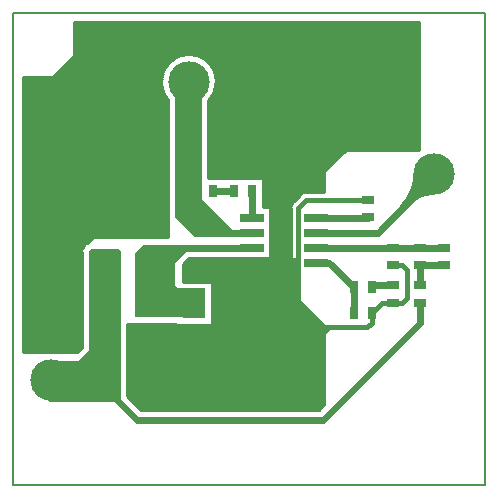
<source format=gtl>
%FSLAX44Y44*%
%MOMM*%
G71*
G01*
G75*
G04 Layer_Physical_Order=1*
G04 Layer_Color=255*
%ADD10C,0.6000*%
%ADD11C,0.2540*%
%ADD12R,1.1000X0.7000*%
%ADD13R,1.0000X1.8000*%
%ADD14R,1.0000X1.8000*%
%ADD15R,0.7000X1.1000*%
%ADD16R,1.9000X2.5000*%
%ADD17R,1.8000X1.0000*%
%ADD18R,1.8000X1.0000*%
%ADD19R,2.4000X5.5000*%
%ADD20R,2.0000X0.6500*%
%ADD21R,2.0000X1.1000*%
%ADD22R,0.8000X1.1000*%
%ADD23C,0.4000*%
%ADD24C,1.0000*%
%ADD25C,0.2000*%
%ADD26C,3.5000*%
D10*
X330172Y235176D02*
G03*
X341862Y263398I-28222J28222D01*
G01*
X340415Y245419D02*
G03*
X347862Y263398I-17979J17979D01*
G01*
X356362Y248898D02*
G03*
X335078Y240082I0J-30100D01*
G01*
X154004Y250698D02*
X156290Y252984D01*
X256108Y201010D02*
X362966D01*
X288530Y145448D02*
Y167292D01*
X344646Y186010D02*
X364966D01*
X344646Y169292D02*
Y186010D01*
X303036Y169292D02*
X322072D01*
X256108Y188310D02*
X267512D01*
X288530Y167292D01*
X267766Y188056D02*
X271030Y184792D01*
X250444Y188056D02*
X267766D01*
X201944Y226574D02*
Y249016D01*
X169432Y248666D02*
X186690D01*
X308706Y213710D02*
X356362Y261366D01*
X256108Y213710D02*
X308706D01*
X356362Y261366D02*
Y263398D01*
X153690Y258732D02*
Y291786D01*
X202108Y213964D02*
X206248D01*
X154432Y230124D02*
X170846Y213710D01*
X151210Y256286D02*
Y355092D01*
X152988Y258732D02*
Y300228D01*
X140796Y270764D02*
Y352806D01*
X139780Y273558D02*
Y350266D01*
X149272Y274828D02*
X151210D01*
X155528Y254254D02*
Y350266D01*
X145368Y253492D02*
Y353314D01*
X154432Y230124D02*
Y281912D01*
X148082Y228092D02*
X162464Y213710D01*
X151130Y230378D02*
Y280416D01*
Y230378D02*
X167640Y213868D01*
X159004Y230124D02*
X171011Y218117D01*
X154766Y253492D02*
X156290Y255016D01*
X159004Y233426D02*
X175150Y217280D01*
X143510Y229108D02*
X158908Y213710D01*
X148082Y224536D02*
Y285496D01*
X156290Y252984D02*
Y350266D01*
X158908Y213710D02*
X202108D01*
X127604Y201010D02*
X202108D01*
X113284Y186690D02*
X127604Y201010D01*
X156290Y232838D02*
Y255270D01*
X139780Y228012D02*
Y316484D01*
Y228012D02*
X154082Y213710D01*
X187452D01*
X143510Y229108D02*
Y261286D01*
X153416Y244952D02*
X184658Y213710D01*
X138272Y201010D02*
X148590D01*
X119380Y182118D02*
X138272Y201010D01*
X131064Y199644D02*
Y201010D01*
X115062Y183642D02*
X131064Y199644D01*
X145638Y201010D02*
X148082D01*
X129794Y185166D02*
X145638Y201010D01*
X129794Y156210D02*
Y185166D01*
X111094Y201010D02*
X127604D01*
X106426Y196342D02*
X111094Y201010D01*
X106426Y174244D02*
Y196342D01*
X109420Y199336D02*
X124533D01*
X133604Y167894D02*
Y192532D01*
Y167894D02*
X140208Y161290D01*
X66898Y197262D02*
X87980D01*
X66898Y112872D02*
Y197262D01*
X49276Y95250D02*
X66898Y112872D01*
X87980Y73914D02*
Y197262D01*
Y73756D02*
Y77724D01*
X30892Y73756D02*
X87980D01*
X344646Y136874D02*
Y154292D01*
X104956Y54864D02*
X262636D01*
X82826Y76994D02*
X104956Y54864D01*
X262636D02*
X344646Y136874D01*
X85154Y77470D02*
Y158486D01*
X256108Y226410D02*
X300592D01*
X148082Y279146D02*
Y340614D01*
D11*
X58552Y199956D02*
G03*
X58128Y197262I8346J-2694D01*
G01*
X58552Y199956D02*
G03*
X58128Y197262I8346J-2694D01*
G01*
X59960Y202626D02*
G03*
X58552Y199956I6938J-5364D01*
G01*
X59960Y202626D02*
G03*
X58552Y199956I6938J-5364D01*
G01*
X62730Y204978D02*
G03*
X59960Y202626I4169J-7716D01*
G01*
X62730Y204978D02*
G03*
X59960Y202626I4169J-7716D01*
G01*
X40900Y352320D02*
G03*
X47553Y358897I-10900J17680D01*
G01*
X172114Y341376D02*
G03*
X131010Y326428I-23270J0D01*
G01*
X235104Y165100D02*
G03*
X237608Y159067I8520J0D01*
G01*
X235104Y165100D02*
G03*
X237600Y159075I8520J0D01*
G01*
Y240212D02*
G03*
X235104Y234188I6025J-6025D01*
G01*
X237608Y240221D02*
G03*
X235104Y234188I6016J-6033D01*
G01*
X165060Y324687D02*
G03*
X172114Y341376I-16216J16689D01*
G01*
X249212Y248296D02*
G03*
X243179Y245792I0J-8520D01*
G01*
X249212Y248296D02*
G03*
X243188Y245800I0J-8520D01*
G01*
X201930Y190246D02*
X202692Y189484D01*
X193294Y179070D02*
Y190246D01*
X62730Y204978D02*
X67555Y209804D01*
X245872Y247614D02*
X284262Y286004D01*
X8270Y112268D02*
X32766D01*
X8270D02*
X53891D01*
X8270Y116332D02*
X57955D01*
X8270Y114300D02*
X55923D01*
X8270Y120396D02*
X58128D01*
X8270Y118364D02*
X58128D01*
X8270Y126492D02*
X58128D01*
X8270Y122428D02*
X58128D01*
X8270Y124460D02*
X58128D01*
X8270Y140716D02*
X58128D01*
X8270Y138684D02*
X58128D01*
X8270Y146812D02*
X58128D01*
X8270Y142748D02*
X58128D01*
X8270Y144780D02*
X58128D01*
X8270Y130556D02*
X58128D01*
X8270Y128524D02*
X58128D01*
X8270Y136652D02*
X58128D01*
X8270Y132588D02*
X58128D01*
X8270Y134620D02*
X58128D01*
X32512Y112186D02*
X53809D01*
X58128Y116505D01*
X8270Y152908D02*
X58128D01*
X8270Y148844D02*
X58128D01*
X8270Y150876D02*
X58128D01*
X8270Y156972D02*
X58128D01*
X8270Y154940D02*
X58128D01*
X8270Y163068D02*
X58128D01*
X8270Y159004D02*
X58128D01*
X8270Y161036D02*
X58128D01*
X8270Y177292D02*
X58128D01*
X8270Y175260D02*
X58128D01*
X8270Y183388D02*
X58128D01*
X8270Y179324D02*
X58128D01*
X8270Y181356D02*
X58128D01*
X8270Y167132D02*
X58128D01*
X8270Y165100D02*
X58128D01*
X8270Y173228D02*
X58128D01*
X8270Y169164D02*
X58128D01*
X8270Y171196D02*
X58128D01*
X12192Y112268D02*
Y345390D01*
X14224Y112268D02*
Y345390D01*
X8270Y112268D02*
Y345390D01*
X10160Y112268D02*
Y345390D01*
X24384Y112268D02*
Y345390D01*
X26416Y112268D02*
Y345390D01*
X16256Y112268D02*
Y345390D01*
X22352Y112268D02*
Y345390D01*
X18288Y112268D02*
Y345390D01*
X8270Y187452D02*
X58128D01*
X8270Y185420D02*
X58128D01*
X8270Y189484D02*
X58128D01*
X20320Y112268D02*
Y345390D01*
X8270Y191516D02*
X58128D01*
X8270Y195580D02*
X58128D01*
X8270Y193548D02*
X58128D01*
X8270Y201676D02*
X58552D01*
X8270Y197612D02*
X58135D01*
X8270Y199644D02*
X58458D01*
X34544Y112186D02*
Y345964D01*
X36576Y112186D02*
Y347996D01*
X38608Y112186D02*
Y350028D01*
X42672Y112186D02*
Y353544D01*
X40640Y112186D02*
Y352060D01*
X44704Y112186D02*
Y355331D01*
X46736Y112186D02*
Y357700D01*
X48768Y112186D02*
Y360112D01*
X52832Y112186D02*
Y391730D01*
X50800Y112186D02*
Y362144D01*
X28448Y112268D02*
Y345390D01*
X30480Y112268D02*
Y345390D01*
X32512Y112268D02*
Y345390D01*
X54864Y113241D02*
Y391730D01*
X56896Y115273D02*
Y391730D01*
X58128Y116505D02*
Y197262D01*
X58552Y199956D02*
Y202626D01*
X58928Y200921D02*
Y202626D01*
X96750Y110236D02*
X263652D01*
X96750Y108204D02*
X263652D01*
X96750Y114300D02*
X263652D01*
X96750Y112268D02*
X263652D01*
X96750Y100076D02*
X263652D01*
X96750Y98044D02*
X263652D01*
X96750Y106172D02*
X263652D01*
X96750Y102108D02*
X263652D01*
X96750Y104140D02*
X263652D01*
X96750Y128524D02*
X263652D01*
X96750Y126492D02*
X263652D01*
X96750Y134620D02*
X262055D01*
X96750Y130556D02*
X263652D01*
X96750Y132588D02*
X263652D01*
X96750Y118364D02*
X263652D01*
X96750Y116332D02*
X263652D01*
X96750Y124460D02*
X263652D01*
X96750Y120396D02*
X263652D01*
X96750Y122428D02*
X263652D01*
X106691Y65532D02*
X260901D01*
X108589Y63634D02*
X259003D01*
X96750Y75473D02*
Y77724D01*
Y75473D02*
X108589Y63634D01*
X96750Y75473D02*
Y77724D01*
X102627Y69596D02*
X263652D01*
X104659Y67564D02*
X262933D01*
X96750Y75692D02*
X263652D01*
X100595Y71628D02*
X263652D01*
X98563Y73660D02*
X263652D01*
X96750Y89916D02*
X263652D01*
X96750Y87884D02*
X263652D01*
X96750Y96012D02*
X263652D01*
X96750Y91948D02*
X263652D01*
X96750Y93980D02*
X263652D01*
X96750Y79756D02*
X263652D01*
X96750Y77724D02*
X263652D01*
X96750Y85852D02*
X263652D01*
X96750Y81788D02*
X263652D01*
X96750Y83820D02*
X263652D01*
X103632Y68591D02*
Y136086D01*
X105664Y66559D02*
Y136086D01*
X97536Y74687D02*
Y136086D01*
X101600Y70623D02*
Y136086D01*
X99568Y72655D02*
Y136086D01*
X113792Y63634D02*
Y136086D01*
X115824Y63634D02*
Y136086D01*
X107696Y64527D02*
Y136086D01*
X111760Y63634D02*
Y136086D01*
X109728Y63634D02*
Y136086D01*
X58552Y201676D02*
X59320D01*
X97552Y136086D02*
X110490D01*
X133092D01*
X96750Y77724D02*
Y136086D01*
X97552D02*
X110490D01*
X96750D02*
X97552D01*
X123952Y63634D02*
Y136086D01*
X125984Y63634D02*
Y136086D01*
X117856Y63634D02*
Y136086D01*
X121920Y63634D02*
Y136086D01*
X119888Y63634D02*
Y136086D01*
X128016Y63634D02*
Y136086D01*
X130048Y63634D02*
Y136086D01*
X132080Y63634D02*
Y136086D01*
X136144Y63634D02*
Y136296D01*
X134112Y63634D02*
Y136296D01*
X138176Y63634D02*
Y135606D01*
X140208Y63634D02*
Y135606D01*
X133092Y136296D02*
X137744D01*
X142240Y63634D02*
Y135606D01*
X144018Y186987D02*
X149021Y191990D01*
X137744Y135606D02*
X168284D01*
X144018Y172146D02*
X168284D01*
X144018Y179324D02*
X235104D01*
X144018Y173228D02*
X235104D01*
X144018Y175260D02*
X235104D01*
X8270Y205740D02*
X62248D01*
X8270Y203708D02*
X60951D01*
X8270Y228092D02*
X131010D01*
X8270Y207772D02*
X64280D01*
X8270Y232156D02*
X131010D01*
X8270Y230124D02*
X131010D01*
X8270Y238252D02*
X131010D01*
X8270Y234188D02*
X131010D01*
X8270Y236220D02*
X131010D01*
X8270Y337820D02*
X125847D01*
X8270Y331724D02*
X127670D01*
X8270Y345390D02*
X33970D01*
X8270Y339852D02*
X125624D01*
X8270Y341884D02*
X125580D01*
X8270Y242316D02*
X131010D01*
X8270Y240284D02*
X131010D01*
X8270Y329692D02*
X128720D01*
X8270Y244348D02*
X131010D01*
X8270Y327660D02*
X130046D01*
X58552Y202626D02*
X59960D01*
X61486Y204978D02*
X62730D01*
X61486D02*
X66288Y209780D01*
X111094D02*
X120142D01*
X66288D02*
X111094D01*
X120396D02*
X127604D01*
X131010Y228012D02*
Y234188D01*
X125984Y209780D02*
Y337027D01*
X130048Y209780D02*
Y327657D01*
X128016Y209780D02*
Y330999D01*
X8270Y343916D02*
X125713D01*
X8270Y335788D02*
X126255D01*
X33970Y345390D02*
X40900Y352320D01*
X34528Y345948D02*
X126028D01*
X36560Y347980D02*
X126531D01*
X8270Y333756D02*
X126857D01*
X131010Y234188D02*
Y273558D01*
X38592Y350012D02*
X127236D01*
X40624Y352044D02*
X128163D01*
X43335Y354076D02*
X129345D01*
X65024Y208516D02*
Y391730D01*
X67056Y209780D02*
Y391730D01*
X58928Y202626D02*
Y391730D01*
X60960Y203716D02*
Y391730D01*
X62992Y206484D02*
Y391730D01*
X83312Y209780D02*
Y391730D01*
X85344Y209780D02*
Y391730D01*
X69088Y209780D02*
Y391730D01*
X73152Y209780D02*
Y391730D01*
X71120Y209780D02*
Y391730D01*
X47553Y358897D02*
X51816Y363160D01*
Y391730D01*
X77216Y209780D02*
Y391730D01*
X75184Y209780D02*
Y391730D01*
X45440Y356108D02*
X130831D01*
X89408Y209780D02*
Y391730D01*
X79248Y209780D02*
Y391730D01*
X87376Y209780D02*
Y391730D01*
X81280Y209780D02*
Y391730D01*
X97536Y209780D02*
Y391730D01*
X99568Y209780D02*
Y391730D01*
X91440Y209780D02*
Y391730D01*
X95504Y209780D02*
Y391730D01*
X93472Y209780D02*
Y391730D01*
X107696Y209780D02*
Y391730D01*
X109728Y209780D02*
Y391730D01*
X101600Y209780D02*
Y391730D01*
X105664Y209780D02*
Y391730D01*
X103632Y209780D02*
Y391730D01*
X117856Y209780D02*
Y391730D01*
X119888Y209780D02*
Y391730D01*
X111760Y209780D02*
Y391730D01*
X115824Y209780D02*
Y391730D01*
X113792Y209780D02*
Y391730D01*
X128016Y351753D02*
Y391730D01*
X130048Y355095D02*
Y391730D01*
X121920Y209780D02*
Y391730D01*
X123952Y209780D02*
Y391730D01*
X125984Y345725D02*
Y391730D01*
X8270Y221996D02*
X131010D01*
X8270Y219964D02*
X131010D01*
X8270Y226060D02*
X131010D01*
X8270Y224028D02*
X131010D01*
X8270Y211836D02*
X131010D01*
X8270Y209804D02*
X131010D01*
X8270Y217932D02*
X131010D01*
X8270Y213868D02*
X131010D01*
X8270Y215900D02*
X131010D01*
X8270Y258572D02*
X131010D01*
X8270Y256540D02*
X131010D01*
X8270Y264668D02*
X131010D01*
X8270Y260604D02*
X131010D01*
X8270Y262636D02*
X131010D01*
X8270Y248412D02*
X131010D01*
X8270Y246380D02*
X131010D01*
X8270Y254508D02*
X131010D01*
X8270Y250444D02*
X131010D01*
X8270Y252476D02*
X131010D01*
X8270Y274828D02*
X131010D01*
X8270Y272796D02*
X131010D01*
X8270Y280924D02*
X131010D01*
X8270Y276860D02*
X131010D01*
X8270Y278892D02*
X131010D01*
X127604Y209780D02*
X131010D01*
Y228012D01*
X8270Y270764D02*
X131010D01*
X8270Y266700D02*
X131010D01*
X8270Y268732D02*
X131010D01*
X8270Y295148D02*
X131010D01*
X8270Y293116D02*
X131010D01*
X8270Y301244D02*
X131010D01*
X8270Y297180D02*
X131010D01*
X8270Y299212D02*
X131010D01*
X8270Y284988D02*
X131010D01*
X8270Y282956D02*
X131010D01*
X8270Y291084D02*
X131010D01*
X8270Y287020D02*
X131010D01*
X8270Y289052D02*
X131010D01*
X8270Y315468D02*
X131010D01*
X8270Y313436D02*
X131010D01*
X8270Y321564D02*
X131010D01*
X8270Y317500D02*
X131010D01*
X8270Y319532D02*
X131010D01*
X8270Y305308D02*
X131010D01*
X8270Y303276D02*
X131010D01*
X8270Y311404D02*
X131010D01*
X8270Y307340D02*
X131010D01*
X8270Y309372D02*
X131010D01*
X8270Y325628D02*
X131010D01*
X8270Y323596D02*
X131010D01*
X47051Y358140D02*
X132705D01*
X48828Y360172D02*
X135125D01*
X50860Y362204D02*
X138467D01*
X51816Y366268D02*
X343408D01*
X51816Y364236D02*
X144495D01*
X51816Y386588D02*
X343408D01*
X51816Y368300D02*
X343408D01*
X51816Y384556D02*
X343408D01*
X131010Y273558D02*
Y316484D01*
Y273558D02*
Y316484D01*
Y326428D01*
X132080Y357515D02*
Y391730D01*
X134112Y359389D02*
Y391730D01*
X142240Y363689D02*
Y391730D01*
X136144Y360875D02*
Y391730D01*
X138176Y362057D02*
Y391730D01*
X140208Y362984D02*
Y391730D01*
X51816Y382524D02*
X343408D01*
X51816Y380492D02*
X343408D01*
X51816Y391730D02*
X343408D01*
X51816Y388620D02*
X343408D01*
X51816Y390652D02*
X343408D01*
X51816Y372364D02*
X343408D01*
X51816Y370332D02*
X343408D01*
X51816Y378460D02*
X343408D01*
X51816Y374396D02*
X343408D01*
X51816Y376428D02*
X343408D01*
X148336Y63634D02*
Y135606D01*
X150368Y63634D02*
Y135606D01*
X144272Y63634D02*
Y135606D01*
X146304Y63634D02*
Y135606D01*
X158496Y63634D02*
Y135606D01*
X160528Y63634D02*
Y135606D01*
X152400Y63634D02*
Y135606D01*
X156464Y63634D02*
Y135606D01*
X154432Y63634D02*
Y135606D01*
X144018Y172146D02*
Y186987D01*
X144272Y172146D02*
Y187241D01*
X146304Y172146D02*
Y189273D01*
X150368Y172146D02*
Y191990D01*
X148336Y172146D02*
Y191305D01*
X149021Y191990D02*
X186338D01*
X158496Y172146D02*
Y191990D01*
X152400Y172146D02*
Y191990D01*
X156464Y172146D02*
Y191990D01*
X154432Y172146D02*
Y191990D01*
X162560Y63634D02*
Y135606D01*
X164592Y63634D02*
Y135606D01*
X166624Y63634D02*
Y135606D01*
X170688Y63634D02*
Y191990D01*
X168656Y63634D02*
Y191990D01*
X186944Y63634D02*
Y191990D01*
X188976Y63634D02*
Y191990D01*
X172720Y63634D02*
Y191990D01*
X176784Y63634D02*
Y191990D01*
X174752Y63634D02*
Y191990D01*
X166624Y172146D02*
Y191990D01*
X168284Y135606D02*
Y172146D01*
X160528D02*
Y191990D01*
X164592Y172146D02*
Y191990D01*
X162560Y172146D02*
Y191990D01*
X184912Y63634D02*
Y191990D01*
X191008Y63634D02*
Y191990D01*
X178816Y63634D02*
Y191990D01*
X182880Y63634D02*
Y191990D01*
X180848Y63634D02*
Y191990D01*
X197104Y63634D02*
Y191990D01*
X199136Y63634D02*
Y191990D01*
X193040Y63634D02*
Y191990D01*
X195072Y63634D02*
Y191990D01*
X207264Y63634D02*
Y191990D01*
X211328Y63634D02*
Y191990D01*
X201168Y63634D02*
Y191990D01*
X205232Y63634D02*
Y191990D01*
X203200Y63634D02*
Y191990D01*
X186338D02*
X192024D01*
X186338D02*
X192024D01*
X209296Y63634D02*
Y191990D01*
X211214Y237746D02*
Y247904D01*
Y237746D02*
Y247904D01*
X192024Y191990D02*
X217878D01*
X211214Y235430D02*
X217878D01*
X211214D02*
Y237746D01*
X213360Y235430D02*
Y391730D01*
X211328Y235430D02*
Y391730D01*
X213360Y63634D02*
Y191990D01*
X215392Y63634D02*
Y191990D01*
X217424Y63634D02*
Y191990D01*
X221488Y63634D02*
Y391730D01*
X219456Y63634D02*
Y391730D01*
X231648Y63634D02*
Y391730D01*
X233680Y63634D02*
Y391730D01*
X223520Y63634D02*
Y391730D01*
X229616Y63634D02*
Y391730D01*
X225552Y63634D02*
Y391730D01*
X217878Y204690D02*
Y210030D01*
Y191990D02*
Y204690D01*
X215392Y235430D02*
Y391730D01*
X217878Y204690D02*
Y210030D01*
X217424Y235430D02*
Y391730D01*
X217878Y217390D02*
Y222730D01*
Y210030D02*
Y217390D01*
Y222730D01*
X227584Y63634D02*
Y391730D01*
X217878Y222730D02*
Y235430D01*
X168284Y148844D02*
X247831D01*
X168284Y146812D02*
X249863D01*
X168284Y152908D02*
X243767D01*
X168284Y150876D02*
X245799D01*
X168284Y138684D02*
X257991D01*
X168284Y136652D02*
X260023D01*
X168284Y144780D02*
X251895D01*
X168284Y140716D02*
X255959D01*
X168284Y142748D02*
X253927D01*
X168284Y169164D02*
X235104D01*
X168284Y167132D02*
X235104D01*
X144018Y181356D02*
X235104D01*
X168284Y171196D02*
X235104D01*
X144018Y177292D02*
X235104D01*
X168284Y156972D02*
X239703D01*
X168284Y154940D02*
X241735D01*
X168284Y165100D02*
X235104D01*
X168284Y159004D02*
X237671D01*
X168284Y161036D02*
X236136D01*
X241808Y63634D02*
Y154867D01*
X243840Y63634D02*
Y152835D01*
X235712Y63634D02*
Y161939D01*
X239776Y63634D02*
Y156899D01*
X237744Y63634D02*
Y158931D01*
X258064Y63634D02*
Y138611D01*
X259003Y63634D02*
X263652Y68283D01*
X245872Y63634D02*
Y150803D01*
X249936Y63634D02*
Y146739D01*
X247904Y63634D02*
Y148771D01*
X251968Y63634D02*
Y144707D01*
X254000Y63634D02*
Y142675D01*
X168284Y163068D02*
X235350D01*
X262128Y66759D02*
Y134547D01*
X263652Y68283D02*
Y133023D01*
X237608Y159067D02*
X263652Y133023D01*
X256032Y63634D02*
Y140643D01*
X260096Y64727D02*
Y136579D01*
X217878Y195580D02*
X235104D01*
X217878Y193548D02*
X235104D01*
X217878Y205740D02*
X235104D01*
X217878Y197612D02*
X235104D01*
X217878Y203708D02*
X235104D01*
X144018Y185420D02*
X235104D01*
X144018Y183388D02*
X235104D01*
X144483Y187452D02*
X235104D01*
X146515Y189484D02*
X235104D01*
X148547Y191516D02*
X235104D01*
X217878Y209804D02*
X235104D01*
X217878Y207772D02*
X235104D01*
X217878Y215900D02*
X235104D01*
X217878Y211836D02*
X235104D01*
X217878Y213868D02*
X235104D01*
X211214Y238252D02*
X236136D01*
X211214Y236220D02*
X235350D01*
X211214Y244348D02*
X241735D01*
X211214Y240284D02*
X237671D01*
X211214Y242316D02*
X239703D01*
X217878Y221996D02*
X235104D01*
X217878Y219964D02*
X235104D01*
X217878Y228092D02*
X235104D01*
X217878Y224028D02*
X235104D01*
X217878Y226060D02*
X235104D01*
X217878Y201676D02*
X235104D01*
X217878Y199644D02*
X235104D01*
X217878Y217932D02*
X235104D01*
Y165100D02*
Y206248D01*
Y234188D01*
X217878Y232156D02*
X235104D01*
X217878Y230124D02*
X235104D01*
X217878Y234188D02*
X235104D01*
X235712Y237349D02*
Y391730D01*
X237608Y240221D02*
X243179Y245792D01*
X237744Y240357D02*
Y391730D01*
X239776Y242389D02*
Y391730D01*
X241808Y244421D02*
Y391730D01*
X165060Y259936D02*
Y324687D01*
X166624Y259936D02*
Y326364D01*
X168656Y259936D02*
Y329170D01*
X170688Y259936D02*
Y333355D01*
X165060Y260604D02*
X263652D01*
X165060Y259936D02*
X177674D01*
X165060Y262636D02*
X263652D01*
X174752Y259936D02*
Y391730D01*
X165060Y264668D02*
X263652D01*
X165060Y278892D02*
X263652D01*
X165060Y276860D02*
X263652D01*
X165060Y280924D02*
X263652D01*
X170688Y349397D02*
Y391730D01*
X165060Y268732D02*
X263652D01*
X165060Y266700D02*
X263652D01*
X165060Y274828D02*
X263652D01*
X165060Y270764D02*
X263652D01*
X165060Y272796D02*
X263652D01*
X211214Y246380D02*
X243829D01*
X211214Y247904D02*
Y260286D01*
X263652Y248296D02*
Y282702D01*
X211214Y248412D02*
X263652D01*
X249212Y248296D02*
X263652D01*
X211214Y254508D02*
X263652D01*
X211214Y250444D02*
X263652D01*
X211214Y252476D02*
X263652D01*
X177674Y260286D02*
X192674D01*
X177674Y259936D02*
X178702D01*
X176784D02*
Y391730D01*
X180848Y260286D02*
Y391730D01*
X178816Y260286D02*
Y391730D01*
X211214Y258572D02*
X263652D01*
X211214Y256540D02*
X263652D01*
X192674Y260286D02*
X196214D01*
X211214D01*
X192674D02*
X196214D01*
X172720Y259936D02*
Y391730D01*
X182880Y260286D02*
Y391730D01*
X164592Y358508D02*
Y391730D01*
X168656Y353582D02*
Y391730D01*
X166624Y356388D02*
Y391730D01*
X191008Y260286D02*
Y391730D01*
X193040Y260286D02*
Y391730D01*
X184912Y260286D02*
Y391730D01*
X188976Y260286D02*
Y391730D01*
X186944Y260286D02*
Y391730D01*
X150368Y364596D02*
Y391730D01*
X152400Y364373D02*
Y391730D01*
X144272Y364192D02*
Y391730D01*
X146304Y364507D02*
Y391730D01*
X148336Y364641D02*
Y391730D01*
X160528Y361500D02*
Y391730D01*
X162560Y360174D02*
Y391730D01*
X154432Y363965D02*
Y391730D01*
X158496Y362550D02*
Y391730D01*
X156464Y363363D02*
Y391730D01*
X249936Y248296D02*
Y391730D01*
X251968Y248296D02*
Y391730D01*
X243840Y246389D02*
Y391730D01*
X245872Y247614D02*
Y391730D01*
X247904Y248195D02*
Y391730D01*
X260096Y248296D02*
Y391730D01*
X262128Y248296D02*
Y391730D01*
X254000Y248296D02*
Y391730D01*
X258064Y248296D02*
Y391730D01*
X256032Y248296D02*
Y391730D01*
X201168Y260286D02*
Y391730D01*
X203200Y260286D02*
Y391730D01*
X195072Y260286D02*
Y391730D01*
X199136Y260286D02*
Y391730D01*
X197104Y260286D02*
Y391730D01*
X264160Y283464D02*
Y391730D01*
X266192Y283464D02*
Y391730D01*
X205232Y260286D02*
Y391730D01*
X209296Y260286D02*
Y391730D01*
X207264Y260286D02*
Y391730D01*
X165060Y299212D02*
X343408D01*
X165060Y295148D02*
X343408D01*
X165060Y303276D02*
X343408D01*
X165060Y301244D02*
X343408D01*
X165060Y287020D02*
X343408D01*
X165060Y284988D02*
X343408D01*
X165060Y293116D02*
X343408D01*
X165060Y289052D02*
X343408D01*
X165060Y291084D02*
X343408D01*
X165060Y317500D02*
X343408D01*
X165060Y315468D02*
X343408D01*
X162563Y360172D02*
X343408D01*
X165060Y319532D02*
X343408D01*
X164983Y358140D02*
X343408D01*
X165060Y307340D02*
X343408D01*
X165060Y305308D02*
X343408D01*
X165060Y313436D02*
X343408D01*
X165060Y309372D02*
X343408D01*
X165060Y311404D02*
X343408D01*
X167642Y327660D02*
X343408D01*
X168968Y329692D02*
X343408D01*
X170018Y331724D02*
X343408D01*
X170831Y333756D02*
X343408D01*
X171433Y335788D02*
X343408D01*
X165060Y297180D02*
X343408D01*
X263906Y283464D02*
X343408D01*
X165060Y321564D02*
X343408D01*
X165060Y323596D02*
X343408D01*
X165976Y325628D02*
X343408D01*
X170452Y350012D02*
X343408D01*
X171157Y347980D02*
X343408D01*
X166857Y356108D02*
X343408D01*
X169525Y352044D02*
X343408D01*
X168343Y354076D02*
X343408D01*
X171841Y337820D02*
X343408D01*
X172064Y339852D02*
X343408D01*
X171660Y345948D02*
X343408D01*
X172108Y341884D02*
X343408D01*
X171975Y343916D02*
X343408D01*
X290576Y283464D02*
Y391730D01*
X292608Y283464D02*
Y391730D01*
X284480Y283464D02*
Y391730D01*
X288544Y283464D02*
Y391730D01*
X286512Y283464D02*
Y391730D01*
X300736Y283464D02*
Y391730D01*
X302768Y283464D02*
Y391730D01*
X294640Y283464D02*
Y391730D01*
X298704Y283464D02*
Y391730D01*
X296672Y283464D02*
Y391730D01*
X274320Y283464D02*
Y391730D01*
X276352Y283464D02*
Y391730D01*
X268224Y283464D02*
Y391730D01*
X272288Y283464D02*
Y391730D01*
X270256Y283464D02*
Y391730D01*
X153193Y364236D02*
X343408D01*
X159221Y362204D02*
X343408D01*
X278384Y283464D02*
Y391730D01*
X282448Y283464D02*
Y391730D01*
X280416Y283464D02*
Y391730D01*
X331216Y283464D02*
Y391730D01*
X333248Y283464D02*
Y391730D01*
X325120Y283464D02*
Y391730D01*
X329184Y283464D02*
Y391730D01*
X327152Y283464D02*
Y391730D01*
X341376Y283464D02*
Y391730D01*
X343408Y283464D02*
Y391730D01*
X335280Y283464D02*
Y391730D01*
X339344Y283464D02*
Y391730D01*
X337312Y283464D02*
Y391730D01*
X310896Y283464D02*
Y391730D01*
X312928Y283464D02*
Y391730D01*
X304800Y283464D02*
Y391730D01*
X308864Y283464D02*
Y391730D01*
X306832Y283464D02*
Y391730D01*
X321056Y283464D02*
Y391730D01*
X323088Y283464D02*
Y391730D01*
X314960Y283464D02*
Y391730D01*
X319024Y283464D02*
Y391730D01*
X316992Y283464D02*
Y391730D01*
D12*
X322072Y201010D02*
D03*
Y186010D02*
D03*
X344646D02*
D03*
Y201010D02*
D03*
X364966Y186010D02*
D03*
Y201010D02*
D03*
X344646Y154292D02*
D03*
Y169292D02*
D03*
X322072D02*
D03*
Y154292D02*
D03*
X300736Y226554D02*
D03*
Y241554D02*
D03*
D13*
X84826Y111412D02*
D03*
Y79916D02*
D03*
D14*
X112826Y111412D02*
D03*
Y79916D02*
D03*
D15*
X288530Y145448D02*
D03*
X303530D02*
D03*
X288530Y167292D02*
D03*
X303530D02*
D03*
X201944Y249016D02*
D03*
X186944D02*
D03*
X154432Y248666D02*
D03*
X169432D02*
D03*
D16*
X190014Y153876D02*
D03*
X153014D02*
D03*
D17*
X163448Y215414D02*
D03*
D18*
Y187414D02*
D03*
D19*
X76322Y169356D02*
D03*
X115322D02*
D03*
D20*
X256108Y226410D02*
D03*
Y213710D02*
D03*
Y201010D02*
D03*
Y188310D02*
D03*
X202108D02*
D03*
Y201010D02*
D03*
Y213710D02*
D03*
Y226410D02*
D03*
D21*
X147908Y283036D02*
D03*
D22*
X128908D02*
D03*
D23*
X258826Y124968D02*
X267716Y133858D01*
X237236Y152400D02*
Y190246D01*
X247904Y241554D02*
X300736D01*
X241046Y234696D02*
X247904Y241554D01*
X202108Y190246D02*
X241046D01*
X329044Y154292D02*
X333248Y158496D01*
Y182118D01*
X322072Y186010D02*
X329356D01*
X333248Y182118D01*
X303530Y145448D02*
X312374Y154292D01*
X303530Y137414D02*
Y145448D01*
X299974Y133858D02*
X303530Y137414D01*
X262890Y133858D02*
X299974D01*
X241046Y155702D02*
X262890Y133858D01*
X241046Y155702D02*
Y234696D01*
X312374Y154292D02*
X329044D01*
X235104Y187706D02*
X240692D01*
D24*
X29718Y86360D02*
X82826D01*
X76264Y88774D02*
Y177928D01*
X71692Y84202D02*
X76264Y88774D01*
X29464Y92202D02*
X75692D01*
X32512Y89916D02*
X55118D01*
Y81916D02*
X73152Y99950D01*
X69152D02*
Y186818D01*
X69660Y94362D02*
X76264D01*
X53500Y86202D02*
X63660Y96362D01*
X26882Y81492D02*
X85154D01*
X27432Y99568D02*
X55880D01*
X61880Y97568D02*
X74834Y110522D01*
X146204Y147066D02*
X153014Y153876D01*
X112268Y147066D02*
X146204D01*
X112268D02*
X120904Y155702D01*
X153924D01*
X148336Y161290D02*
X153924Y155702D01*
X117856Y161290D02*
X148336D01*
X32512Y77470D02*
Y89916D01*
X82784Y78360D02*
X82826Y78318D01*
X32512Y77470D02*
X85154D01*
X31496Y77724D02*
X84594D01*
X82826Y76994D02*
Y158158D01*
X241300Y250444D02*
X241554D01*
X277622Y286512D01*
X264668D02*
X277622D01*
X242824Y264668D02*
X264668Y286512D01*
X242824Y264668D02*
Y276352D01*
X253492Y287020D01*
D25*
X0Y0D02*
X400000D01*
Y400000D01*
X0D02*
X400000D01*
X0Y0D02*
Y400000D01*
D26*
X185928Y88916D02*
D03*
X32512D02*
D03*
X148844Y341376D02*
D03*
X356362Y263398D02*
D03*
X248920Y341376D02*
D03*
M02*

</source>
